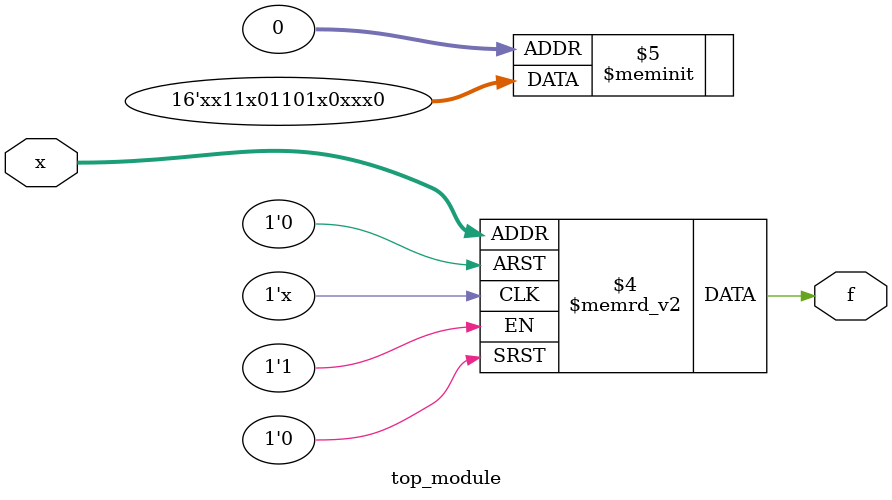
<source format=sv>
module top_module (
	input [4:1] x,
	output logic f
);
  
  always_comb begin
    case(x)
      4'b00_00: f = 1'b0;
      4'b00_01: f = 1'bx;
      4'b00_10: f = 1'bx;
      4'b00_11: f = 1'bx;
      4'b01_00: f = 1'b0;
      4'b01_01: f = 1'bx;
      4'b01_10: f = 1'b1;
      4'b01_11: f = 1'b0;
      4'b10_00: f = 1'b1;
      4'b10_01: f = 1'b1;
      4'b10_10: f = 1'b0;
      4'b10_11: f = 1'bx;
      4'b11_00: f = 1'b1;
      4'b11_01: f = 1'b1;
      4'b11_10: f = 1'bx;
      4'b11_11: f = 1'bx;
    endcase
  end

endmodule

</source>
